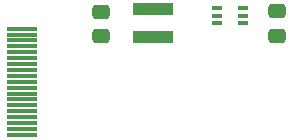
<source format=gbr>
%TF.GenerationSoftware,KiCad,Pcbnew,7.0.10*%
%TF.CreationDate,2024-01-20T12:44:41+00:00*%
%TF.ProjectId,arty_hdmi_pmod,61727479-5f68-4646-9d69-5f706d6f642e,rev?*%
%TF.SameCoordinates,Original*%
%TF.FileFunction,Paste,Top*%
%TF.FilePolarity,Positive*%
%FSLAX46Y46*%
G04 Gerber Fmt 4.6, Leading zero omitted, Abs format (unit mm)*
G04 Created by KiCad (PCBNEW 7.0.10) date 2024-01-20 12:44:41*
%MOMM*%
%LPD*%
G01*
G04 APERTURE LIST*
G04 Aperture macros list*
%AMRoundRect*
0 Rectangle with rounded corners*
0 $1 Rounding radius*
0 $2 $3 $4 $5 $6 $7 $8 $9 X,Y pos of 4 corners*
0 Add a 4 corners polygon primitive as box body*
4,1,4,$2,$3,$4,$5,$6,$7,$8,$9,$2,$3,0*
0 Add four circle primitives for the rounded corners*
1,1,$1+$1,$2,$3*
1,1,$1+$1,$4,$5*
1,1,$1+$1,$6,$7*
1,1,$1+$1,$8,$9*
0 Add four rect primitives between the rounded corners*
20,1,$1+$1,$2,$3,$4,$5,0*
20,1,$1+$1,$4,$5,$6,$7,0*
20,1,$1+$1,$6,$7,$8,$9,0*
20,1,$1+$1,$8,$9,$2,$3,0*%
G04 Aperture macros list end*
%ADD10RoundRect,0.250000X-0.475000X0.337500X-0.475000X-0.337500X0.475000X-0.337500X0.475000X0.337500X0*%
%ADD11R,3.400000X0.980000*%
%ADD12R,0.900000X0.400000*%
%ADD13RoundRect,0.250000X0.475000X-0.337500X0.475000X0.337500X-0.475000X0.337500X-0.475000X-0.337500X0*%
%ADD14R,2.600000X0.300000*%
G04 APERTURE END LIST*
D10*
%TO.C,C2*%
X94640400Y-49813300D03*
X94640400Y-51888300D03*
%TD*%
D11*
%TO.C,L1*%
X99060000Y-51985000D03*
X99060000Y-49615000D03*
%TD*%
D12*
%TO.C,U1*%
X106680000Y-50800000D03*
X106680000Y-50150000D03*
X106680000Y-49500000D03*
X104480000Y-49500000D03*
X104480000Y-50150000D03*
X104480000Y-50800000D03*
%TD*%
D13*
%TO.C,C1*%
X109560000Y-51837500D03*
X109560000Y-49762500D03*
%TD*%
D14*
%TO.C,J1*%
X88000000Y-60240000D03*
X88000000Y-59740000D03*
X88000000Y-59240000D03*
X88000000Y-58740000D03*
X88000000Y-58240000D03*
X88000000Y-57740000D03*
X88000000Y-57240000D03*
X88000000Y-56740000D03*
X88000000Y-56240000D03*
X88000000Y-55740000D03*
X88000000Y-55240000D03*
X88000000Y-54740000D03*
X88000000Y-54240000D03*
X88000000Y-53740000D03*
X88000000Y-53240000D03*
X88000000Y-52740000D03*
X88000000Y-52240000D03*
X88000000Y-51740000D03*
X88000000Y-51240000D03*
%TD*%
M02*

</source>
